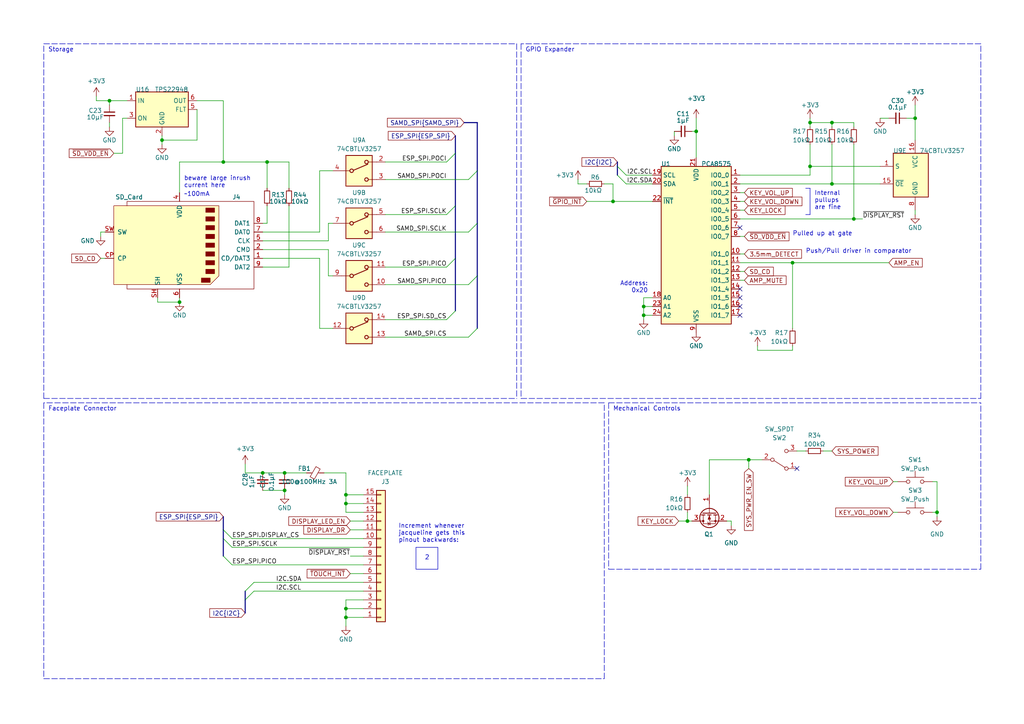
<source format=kicad_sch>
(kicad_sch (version 20230121) (generator eeschema)
  (paper "A4")
  (title_block (title "TANGARA") (date "2023-05-30") (rev "4") (company "made by jacqueline") (comment 1 "SPDX-License-Identifier: CERN-OHL-S-2.0"))
  (lib_symbols
    (symbol "74xx:74CBTLV3257"
      (property "Reference" "U" (at 17.78 1.27 0))
      (property "Value" "74CBTLV3257" (at 15.24 -1.27 0))
      (symbol "74CBTLV3257_1_1"
        (rectangle (start -3.81 4.445) (end 3.81 -4.445) (stroke (width 0.254)) (fill (type background)))
        (circle (center -2.159 0) (radius 0.508) (stroke (width 0.254)))
        (polyline (pts (xy -5.08 0) (xy -2.794 0)))
        (polyline (pts (xy -1.651 0.127) (xy 2.54 1.905)) (stroke (width 0.254)))
        (polyline (pts (xy 5.08 -2.54) (xy 2.794 -2.54)))
        (polyline (pts (xy 5.08 2.54) (xy 2.794 2.54)))
        (circle (center 2.159 -2.54) (radius 0.508) (stroke (width 0.254)))
        (circle (center 2.159 2.54) (radius 0.508) (stroke (width 0.254)))
        (pin passive line (at 7.62 2.54 180) (length 2.54) (name "~") (number "2"))
        (pin passive line (at 7.62 -2.54 180) (length 2.54) (name "~") (number "3"))
        (pin passive line (at -7.62 0 0) (length 2.54) (name "~") (number "4"))
      )
      (symbol "74CBTLV3257_2_1"
        (rectangle (start -3.81 4.445) (end 3.81 -4.445) (stroke (width 0.254)) (fill (type background)))
        (circle (center -2.159 0) (radius 0.508) (stroke (width 0.254)))
        (polyline (pts (xy -5.08 0) (xy -2.794 0)))
        (polyline (pts (xy -1.651 0.127) (xy 2.54 1.905)) (stroke (width 0.254)))
        (polyline (pts (xy 5.08 -2.54) (xy 2.794 -2.54)))
        (polyline (pts (xy 5.08 2.54) (xy 2.794 2.54)))
        (circle (center 2.159 -2.54) (radius 0.508) (stroke (width 0.254)))
        (circle (center 2.159 2.54) (radius 0.508) (stroke (width 0.254)))
        (pin passive line (at 7.62 2.54 180) (length 2.54) (name "~") (number "5"))
        (pin passive line (at 7.62 -2.54 180) (length 2.54) (name "~") (number "6"))
        (pin passive line (at -7.62 0 0) (length 2.54) (name "~") (number "7"))
      )
      (symbol "74CBTLV3257_3_1"
        (rectangle (start -3.81 4.445) (end 3.81 -4.445) (stroke (width 0.254)) (fill (type background)))
        (circle (center -2.159 0) (radius 0.508) (stroke (width 0.254)))
        (polyline (pts (xy -5.08 0) (xy -2.794 0)))
        (polyline (pts (xy -1.651 0.127) (xy 2.54 1.905)) (stroke (width 0.254)))
        (polyline (pts (xy 5.08 -2.54) (xy 2.794 -2.54)))
        (polyline (pts (xy 5.08 2.54) (xy 2.794 2.54)))
        (circle (center 2.159 -2.54) (radius 0.508) (stroke (width 0.254)))
        (circle (center 2.159 2.54) (radius 0.508) (stroke (width 0.254)))
        (pin passive line (at 7.62 -2.54 180) (length 2.54) (name "~") (number "10"))
        (pin passive line (at 7.62 2.54 180) (length 2.54) (name "~") (number "11"))
        (pin passive line (at -7.62 0 0) (length 2.54) (name "~") (number "9"))
      )
      (symbol "74CBTLV3257_4_1"
        (rectangle (start -3.81 4.445) (end 3.81 -4.445) (stroke (width 0.254)) (fill (type background)))
        (circle (center -2.159 0) (radius 0.508) (stroke (width 0.254)))
        (polyline (pts (xy -5.08 0) (xy -2.794 0)))
        (polyline (pts (xy -1.651 0.127) (xy 2.54 1.905)) (stroke (width 0.254)))
        (polyline (pts (xy 5.08 -2.54) (xy 2.794 -2.54)))
        (polyline (pts (xy 5.08 2.54) (xy 2.794 2.54)))
        (circle (center 2.159 -2.54) (radius 0.508) (stroke (width 0.254)))
        (circle (center 2.159 2.54) (radius 0.508) (stroke (width 0.254)))
        (pin passive line (at -7.62 0 0) (length 2.54) (name "~") (number "12"))
        (pin passive line (at 7.62 -2.54 180) (length 2.54) (name "~") (number "13"))
        (pin passive line (at 7.62 2.54 180) (length 2.54) (name "~") (number "14"))
      )
      (symbol "74CBTLV3257_5_1"
        (rectangle (start 3.81 6.35) (end -6.35 -6.35) (stroke (width 0.254)) (fill (type background)))
        (pin input line (at -10.16 2.54 0) (length 3.81) (name "S") (number "1"))
        (pin input line (at -10.16 -2.54 0) (length 3.81) (name "~{OE}") (number "15"))
        (pin power_in line (at 0 10.16 270) (length 3.81) (name "VCC") (number "16"))
        (pin power_in line (at 0 -10.16 90) (length 3.81) (name "GND") (number "8"))
      )
    )
    (symbol "Connector_Generic:Conn_01x15" (pin_names (offset 1.016) hide)
      (property "Reference" "J" (at 0 20.32 0))
      (property "Value" "Conn_01x15" (at 0 -20.32 0))
      (symbol "Conn_01x15_1_1"
        (rectangle (start -1.27 -17.653) (end 0 -17.907) (stroke (width 0.1524)))
        (rectangle (start -1.27 -15.113) (end 0 -15.367) (stroke (width 0.1524)))
        (rectangle (start -1.27 -12.573) (end 0 -12.827) (stroke (width 0.1524)))
        (rectangle (start -1.27 -10.033) (end 0 -10.287) (stroke (width 0.1524)))
        (rectangle (start -1.27 -7.493) (end 0 -7.747) (stroke (width 0.1524)))
        (rectangle (start -1.27 -4.953) (end 0 -5.207) (stroke (width 0.1524)))
        (rectangle (start -1.27 -2.413) (end 0 -2.667) (stroke (width 0.1524)))
        (rectangle (start -1.27 0.127) (end 0 -0.127) (stroke (width 0.1524)))
        (rectangle (start -1.27 2.667) (end 0 2.413) (stroke (width 0.1524)))
        (rectangle (start -1.27 5.207) (end 0 4.953) (stroke (width 0.1524)))
        (rectangle (start -1.27 7.747) (end 0 7.493) (stroke (width 0.1524)))
        (rectangle (start -1.27 10.287) (end 0 10.033) (stroke (width 0.1524)))
        (rectangle (start -1.27 12.827) (end 0 12.573) (stroke (width 0.1524)))
        (rectangle (start -1.27 15.367) (end 0 15.113) (stroke (width 0.1524)))
        (rectangle (start -1.27 17.907) (end 0 17.653) (stroke (width 0.1524)))
        (rectangle (start -1.27 19.05) (end 1.27 -19.05) (stroke (width 0.254)) (fill (type background)))
        (pin passive line (at -5.08 17.78 0) (length 3.81) (name "Pin_1") (number "1"))
        (pin passive line (at -5.08 -5.08 0) (length 3.81) (name "Pin_10") (number "10"))
        (pin passive line (at -5.08 -7.62 0) (length 3.81) (name "Pin_11") (number "11"))
        (pin passive line (at -5.08 -10.16 0) (length 3.81) (name "Pin_12") (number "12"))
        (pin passive line (at -5.08 -12.7 0) (length 3.81) (name "Pin_13") (number "13"))
        (pin passive line (at -5.08 -15.24 0) (length 3.81) (name "Pin_14") (number "14"))
        (pin passive line (at -5.08 -17.78 0) (length 3.81) (name "Pin_15") (number "15"))
        (pin passive line (at -5.08 15.24 0) (length 3.81) (name "Pin_2") (number "2"))
        (pin passive line (at -5.08 12.7 0) (length 3.81) (name "Pin_3") (number "3"))
        (pin passive line (at -5.08 10.16 0) (length 3.81) (name "Pin_4") (number "4"))
        (pin passive line (at -5.08 7.62 0) (length 3.81) (name "Pin_5") (number "5"))
        (pin passive line (at -5.08 5.08 0) (length 3.81) (name "Pin_6") (number "6"))
        (pin passive line (at -5.08 2.54 0) (length 3.81) (name "Pin_7") (number "7"))
        (pin passive line (at -5.08 0 0) (length 3.81) (name "Pin_8") (number "8"))
        (pin passive line (at -5.08 -2.54 0) (length 3.81) (name "Pin_9") (number "9"))
      )
    )
    (symbol "Device:C_Small" (pin_numbers hide) (pin_names (offset 0.254) hide)
      (property "Reference" "C" (at 0.254 1.778 0))
      (property "Value" "C_Small" (at 0.254 -2.032 0))
      (symbol "C_Small_0_1"
        (polyline (pts (xy -1.524 -0.508) (xy 1.524 -0.508)) (stroke (width 0.3302)))
        (polyline (pts (xy -1.524 0.508) (xy 1.524 0.508)) (stroke (width 0.3048)))
      )
      (symbol "C_Small_1_1"
        (pin passive line (at 0 2.54 270) (length 2.032) (name "~") (number "1"))
        (pin passive line (at 0 -2.54 90) (length 2.032) (name "~") (number "2"))
      )
    )
    (symbol "Device:Ferrite_Bead_Small" (pin_numbers hide) (pin_names (offset 0))
      (property "Reference" "FB" (at 1.905 1.27 0))
      (property "Value" "Device_Ferrite_Bead_Small" (at 1.905 -1.27 0))
      (symbol "Ferrite_Bead_Small_0_1"
        (polyline (pts (xy 0 -1.27) (xy 0 -0.7874)))
        (polyline (pts (xy 0 0.889) (xy 0 1.2954)))
        (polyline (pts (xy -1.8288 0.2794) (xy -1.1176 1.4986) (xy 1.8288 -0.2032) (xy 1.1176 -1.4224) (xy -1.8288 0.2794)))
      )
      (symbol "Ferrite_Bead_Small_1_1"
        (pin passive line (at 0 2.54 270) (length 1.27) (name "~") (number "1"))
        (pin passive line (at 0 -2.54 90) (length 1.27) (name "~") (number "2"))
      )
    )
    (symbol "Device:Q_NMOS_GSD" (pin_names (offset 0) hide)
      (property "Reference" "Q" (at 5.08 1.27 0))
      (property "Value" "Q_NMOS_GSD" (at 5.08 -1.27 0))
      (symbol "Q_NMOS_GSD_0_1"
        (polyline (pts (xy 0.254 0) (xy -2.54 0)))
        (polyline (pts (xy 0.254 1.905) (xy 0.254 -1.905)) (stroke (width 0.254)))
        (polyline (pts (xy 0.762 -1.27) (xy 0.762 -2.286)) (stroke (width 0.254)))
        (polyline (pts (xy 0.762 0.508) (xy 0.762 -0.508)) (stroke (width 0.254)))
        (polyline (pts (xy 0.762 2.286) (xy 0.762 1.27)) (stroke (width 0.254)))
        (polyline (pts (xy 2.54 2.54) (xy 2.54 1.778)))
        (polyline (pts (xy 2.54 -2.54) (xy 2.54 0) (xy 0.762 0)))
        (polyline (pts (xy 0.762 -1.778) (xy 3.302 -1.778) (xy 3.302 1.778) (xy 0.762 1.778)))
        (polyline (pts (xy 1.016 0) (xy 2.032 0.381) (xy 2.032 -0.381) (xy 1.016 0)) (fill (type outline)))
        (polyline (pts (xy 2.794 0.508) (xy 2.921 0.381) (xy 3.683 0.381) (xy 3.81 0.254)))
        (polyline (pts (xy 3.302 0.381) (xy 2.921 -0.254) (xy 3.683 -0.254) (xy 3.302 0.381)))
        (circle (center 1.651 0) (radius 2.794) (stroke (width 0.254)))
        (circle (center 2.54 -1.778) (radius 0.254) (fill (type outline)))
        (circle (center 2.54 1.778) (radius 0.254) (fill (type outline)))
      )
      (symbol "Q_NMOS_GSD_1_1"
        (pin input line (at -5.08 0 0) (length 2.54) (name "G") (number "1"))
        (pin passive line (at 2.54 -5.08 90) (length 2.54) (name "S") (number "2"))
        (pin passive line (at 2.54 5.08 270) (length 2.54) (name "D") (number "3"))
      )
    )
    (symbol "Device:R_Small" (pin_numbers hide) (pin_names (offset 0.254) hide)
      (property "Reference" "R" (at 0.762 0.508 0))
      (property "Value" "R_Small" (at 0.762 -1.016 0))
      (symbol "R_Small_0_1"
        (rectangle (start -0.762 1.778) (end 0.762 -1.778) (stroke (width 0.2032)))
      )
      (symbol "R_Small_1_1"
        (pin passive line (at 0 2.54 270) (length 0.762) (name "~") (number "1"))
        (pin passive line (at 0 -2.54 90) (length 0.762) (name "~") (number "2"))
      )
    )
    (symbol "Switch:SW_Push" (pin_numbers hide) (pin_names (offset 1.016) hide)
      (property "Reference" "SW" (at 1.27 2.54 0))
      (property "Value" "SW_Push" (at 0 -1.524 0))
      (symbol "SW_Push_0_1"
        (circle (center -2.032 0) (radius 0.508))
        (polyline (pts (xy 0 1.27) (xy 0 3.048)))
        (polyline (pts (xy 2.54 1.27) (xy -2.54 1.27)))
        (circle (center 2.032 0) (radius 0.508))
        (pin passive line (at -5.08 0 0) (length 2.54) (name "1") (number "1"))
        (pin passive line (at 5.08 0 180) (length 2.54) (name "2") (number "2"))
      )
    )
    (symbol "Switch:SW_SPDT" (pin_names (offset 0) hide)
      (property "Reference" "SW" (at 0 4.318 0))
      (property "Value" "SW_SPDT" (at 0 -5.08 0))
      (symbol "SW_SPDT_0_0"
        (circle (center -2.032 0) (radius 0.508))
        (circle (center 2.032 -2.54) (radius 0.508))
      )
      (symbol "SW_SPDT_0_1"
        (polyline (pts (xy -1.524 0.254) (xy 1.651 2.286)))
        (circle (center 2.032 2.54) (radius 0.508))
      )
      (symbol "SW_SPDT_1_1"
        (pin passive line (at 5.08 2.54 180) (length 2.54) (name "A") (number "1"))
        (pin passive line (at -5.08 0 0) (length 2.54) (name "B") (number "2"))
        (pin passive line (at 5.08 -2.54 180) (length 2.54) (name "C") (number "3"))
      )
    )
    (symbol "power:+3V3" (power) (pin_names (offset 0))
      (property "Value" "+3V3" (at 0 3.556 0))
      (symbol "+3V3_0_1"
        (polyline (pts (xy -0.762 1.27) (xy 0 2.54)))
        (polyline (pts (xy 0 0) (xy 0 2.54)))
        (polyline (pts (xy 0 2.54) (xy 0.762 1.27)))
      )
      (symbol "+3V3_1_1"
        (pin power_in line (at 0 0 90) (length 0) hide (name "+3V3") (number "1"))
      )
    )
    (symbol "power:GND" (power) (pin_names (offset 0))
      (property "Value" "GND" (at 0 -3.81 0))
      (symbol "GND_0_1"
        (polyline (pts (xy 0 0) (xy 0 -1.27) (xy 1.27 -1.27) (xy 0 -2.54) (xy -1.27 -1.27) (xy 0 -1.27)))
      )
      (symbol "GND_1_1"
        (pin power_in line (at 0 0 270) (length 0) hide (name "GND") (number "1"))
      )
    )
    (symbol "symbols:PCA8575BS"
      (property "Reference" "U" (at -8.89 24.13 0))
      (property "Value" "PCA8575BS" (at 6.35 24.13 0))
      (symbol "PCA8575BS_0_1"
        (rectangle (start -10.16 22.86) (end 10.16 -22.86) (stroke (width 0.254)) (fill (type background)))
      )
      (symbol "PCA8575BS_1_0"
        (pin power_in line (at 0 -25.4 90) (length 2.54) hide (name "EP") (number "25"))
      )
      (symbol "PCA8575BS_1_1"
        (pin bidirectional line (at 12.7 20.32 180) (length 2.54) (name "IO0_0") (number "1"))
        (pin bidirectional line (at 12.7 -2.54 180) (length 2.54) (name "IO1_0") (number "10"))
        (pin bidirectional line (at 12.7 -5.08 180) (length 2.54) (name "IO1_1") (number "11"))
        (pin bidirectional line (at 12.7 -7.62 180) (length 2.54) (name "IO1_2") (number "12"))
        (pin bidirectional line (at 12.7 -10.16 180) (length 2.54) (name "IO1_3") (number "13"))
        (pin bidirectional line (at 12.7 -12.7 180) (length 2.54) (name "IO1_4") (number "14"))
        (pin bidirectional line (at 12.7 -15.24 180) (length 2.54) (name "IO1_5") (number "15"))
        (pin bidirectional line (at 12.7 -17.78 180) (length 2.54) (name "IO1_6") (number "16"))
        (pin bidirectional line (at 12.7 -20.32 180) (length 2.54) (name "IO1_7") (number "17"))
        (pin input line (at -12.7 -15.24 0) (length 2.54) (name "A0") (number "18"))
        (pin input line (at -12.7 20.32 0) (length 2.54) (name "SCL") (number "19"))
        (pin bidirectional line (at 12.7 17.78 180) (length 2.54) (name "IO0_1") (number "2"))
        (pin bidirectional line (at -12.7 17.78 0) (length 2.54) (name "SDA") (number "20"))
        (pin power_in line (at 0 25.4 270) (length 2.54) (name "VDD") (number "21"))
        (pin open_collector line (at -12.7 12.7 0) (length 2.54) (name "~{INT}") (number "22"))
        (pin input line (at -12.7 -17.78 0) (length 2.54) (name "A1") (number "23"))
        (pin input line (at -12.7 -20.32 0) (length 2.54) (name "A2") (number "24"))
        (pin bidirectional line (at 12.7 15.24 180) (length 2.54) (name "IO0_2") (number "3"))
        (pin bidirectional line (at 12.7 12.7 180) (length 2.54) (name "IO0_3") (number "4"))
        (pin bidirectional line (at 12.7 10.16 180) (length 2.54) (name "IO0_4") (number "5"))
        (pin bidirectional line (at 12.7 7.62 180) (length 2.54) (name "IO0_5") (number "6"))
        (pin bidirectional line (at 12.7 5.08 180) (length 2.54) (name "IO0_6") (number "7"))
        (pin bidirectional line (at 12.7 2.54 180) (length 2.54) (name "IO0_7") (number "8"))
        (pin power_in line (at 0 -25.4 90) (length 2.54) (name "VSS") (number "9"))
      )
    )
    (symbol "symbols:SD_Card" (pin_names (offset 1.016))
      (property "Reference" "J" (at -16.51 13.97 0))
      (property "Value" "SD_Card" (at 15.24 -13.97 0))
      (symbol "SD_Card_0_1"
        (rectangle (start -8.89 -9.525) (end -6.35 -10.795) (fill (type outline)))
        (rectangle (start -8.89 -6.985) (end -6.35 -8.255) (fill (type outline)))
        (rectangle (start -8.89 -4.445) (end -6.35 -5.715) (fill (type outline)))
        (rectangle (start -8.89 -1.905) (end -6.35 -3.175) (fill (type outline)))
        (rectangle (start -8.89 0.635) (end -6.35 -0.635) (fill (type outline)))
        (rectangle (start -8.89 3.175) (end -6.35 1.905) (fill (type outline)))
        (rectangle (start -8.89 5.715) (end -6.35 4.445) (fill (type outline)))
        (rectangle (start -8.89 8.255) (end -6.35 6.985) (fill (type outline)))
        (rectangle (start -7.62 10.795) (end -5.08 9.525) (fill (type outline)))
        (polyline (pts (xy -10.16 8.89) (xy -7.62 11.43) (xy 20.32 11.43) (xy 20.32 -11.43) (xy -10.16 -11.43) (xy -10.16 8.89)) (fill (type background)))
        (polyline (pts (xy 16.51 11.43) (xy 16.51 12.7) (xy -20.32 12.7) (xy -20.32 -12.7) (xy 16.51 -12.7) (xy 16.51 -11.43)))
      )
      (symbol "SD_Card_1_1"
        (pin input line (at -22.86 3.81 0) (length 2.54) (name "CD/DAT3") (number "1"))
        (pin input line (at -22.86 1.27 0) (length 2.54) (name "CMD") (number "2"))
        (pin power_in line (at 1.27 15.24 270) (length 2.54) hide (name "VSS") (number "3"))
        (pin power_in line (at 1.27 -15.24 90) (length 2.54) (name "VDD") (number "4"))
        (pin input line (at -22.86 -1.27 0) (length 2.54) (name "CLK") (number "5"))
        (pin power_in line (at 1.27 15.24 270) (length 2.54) (name "VSS") (number "6"))
        (pin input line (at -22.86 -3.81 0) (length 2.54) (name "DAT0") (number "7"))
        (pin input line (at -22.86 -6.35 0) (length 2.54) (name "DAT1") (number "8"))
        (pin input line (at -22.86 6.35 0) (length 2.54) (name "DAT2") (number "9"))
        (pin input line (at 22.86 3.81 180) (length 2.54) (name "CP") (number "CP"))
        (pin input line (at 7.62 15.24 270) (length 2.54) (name "SH") (number "SH"))
        (pin input line (at 22.86 -3.81 180) (length 2.54) (name "SW") (number "SW"))
      )
    )
    (symbol "symbols:TPS22917DBV"
      (property "Reference" "U" (at -6.35 6.35 0))
      (property "Value" "TPS22948" (at 2.54 6.35 0))
      (symbol "TPS22917DBV_0_1"
        (rectangle (start -7.62 5.08) (end 7.62 -5.08) (stroke (width 0.254)) (fill (type background)))
      )
      (symbol "TPS22917DBV_1_1"
        (pin power_in line (at -10.16 2.54 0) (length 2.54) (name "IN") (number "1"))
        (pin power_in line (at 0 -7.62 90) (length 2.54) (name "GND") (number "2"))
        (pin input line (at -10.16 -2.54 0) (length 2.54) (name "ON") (number "3"))
        (pin no_connect line (at -7.62 0 0) (length 2.54) hide (name "NC") (number "4"))
        (pin open_collector line (at 10.16 0 180) (length 2.54) (name "FLT") (number "5"))
        (pin power_out line (at 10.16 2.54 180) (length 2.54) (name "OUT") (number "6"))
      )
    )
  )
  (junction (at 82.55 137.16))
  (junction (at 217.17 133.35))
  (junction (at 186.69 91.44))
  (junction (at 100.33 146.05))
  (junction (at 46.99 40.64))
  (junction (at 64.77 46.99))
  (junction (at 52.07 87.63))
  (junction (at 100.33 176.53))
  (junction (at 234.95 48.26))
  (junction (at 100.33 179.07))
  (junction (at 265.43 34.29))
  (junction (at 199.39 151.13))
  (junction (at 76.2 137.16))
  (junction (at 82.55 142.24))
  (junction (at 234.95 35.56))
  (junction (at 241.3 53.34))
  (junction (at 100.33 143.51))
  (junction (at 229.87 76.2))
  (junction (at 271.78 148.59))
  (junction (at 31.75 29.21))
  (junction (at 201.93 38.1))
  (junction (at 186.69 88.9))
  (junction (at 241.3 35.56))
  (junction (at 247.65 63.5))
  (junction (at 77.47 46.99))
  (junction (at 177.8 58.42))
  (no_connect (at 214.63 86.36))
  (no_connect (at 214.63 83.82))
  (no_connect (at 231.14 135.89))
  (no_connect (at 214.63 91.44))
  (no_connect (at 214.63 88.9))
  (no_connect (at 214.63 66.04))
  (bus_entry (at 67.31 158.75) (size -2.54 -2.54))
  (bus_entry (at 179.07 48.26) (size 2.54 2.54))
  (bus_entry (at 129.54 77.47) (size 2.54 -2.54))
  (bus_entry (at 129.54 92.71) (size 2.54 -2.54))
  (bus_entry (at 129.54 46.99) (size 2.54 -2.54))
  (bus_entry (at 129.54 62.23) (size 2.54 -2.54))
  (bus_entry (at 179.07 50.8) (size 2.54 2.54))
  (bus_entry (at 135.89 52.07) (size 2.54 -2.54))
  (bus_entry (at 135.89 82.55) (size 2.54 -2.54))
  (bus_entry (at 135.89 67.31) (size 2.54 -2.54))
  (bus_entry (at 67.31 163.83) (size -2.54 -2.54))
  (bus_entry (at 71.12 171.45) (size 2.54 -2.54))
  (bus_entry (at 71.12 173.99) (size 2.54 -2.54))
  (bus_entry (at 135.89 97.79) (size 2.54 -2.54))
  (bus_entry (at 67.31 156.21) (size -2.54 -2.54))
  (wire (pts (xy 186.69 88.9) (xy 186.69 91.44)))
  (wire (pts (xy 186.69 91.44) (xy 186.69 92.71)))
  (bus (pts (xy 64.77 153.67) (xy 64.77 156.21)))
  (wire (pts (xy 271.78 139.7) (xy 271.78 148.59)))
  (wire (pts (xy 67.31 156.21) (xy 105.41 156.21)))
  (polyline (pts (xy 12.7 12.7) (xy 149.86 12.7)) (stroke (width 0) (type dash)))
  (polyline (pts (xy 176.53 116.84) (xy 176.53 165.1)) (stroke (width 0) (type dash)))
  (wire (pts (xy 219.71 100.33) (xy 219.71 101.6)))
  (wire (pts (xy 93.98 137.16) (xy 100.33 137.16)))
  (wire (pts (xy 234.95 41.91) (xy 234.95 48.26)))
  (wire (pts (xy 76.2 142.24) (xy 82.55 142.24)))
  (wire (pts (xy 250.19 63.5) (xy 247.65 63.5)))
  (bus (pts (xy 134.62 35.56) (xy 138.43 35.56)))
  (polyline (pts (xy 234.95 62.23) (xy 234.95 54.61)))
  (wire (pts (xy 199.39 140.97) (xy 199.39 143.51)))
  (wire (pts (xy 100.33 179.07) (xy 105.41 179.07)))
  (bus (pts (xy 71.12 171.45) (xy 71.12 173.99)))
  (wire (pts (xy 52.07 87.63) (xy 52.07 86.36)))
  (wire (pts (xy 265.43 30.48) (xy 265.43 34.29)))
  (wire (pts (xy 201.93 34.29) (xy 201.93 38.1)))
  (wire (pts (xy 92.71 49.53) (xy 92.71 67.31)))
  (wire (pts (xy 57.15 40.64) (xy 46.99 40.64)))
  (wire (pts (xy 214.63 76.2) (xy 229.87 76.2)))
  (wire (pts (xy 57.15 29.21) (xy 64.77 29.21)))
  (wire (pts (xy 101.6 153.67) (xy 105.41 153.67)))
  (wire (pts (xy 177.8 53.34) (xy 177.8 58.42)))
  (wire (pts (xy 77.47 46.99) (xy 83.82 46.99)))
  (wire (pts (xy 217.17 135.89) (xy 217.17 133.35)))
  (wire (pts (xy 215.9 81.28) (xy 214.63 81.28)))
  (bus (pts (xy 132.08 44.45) (xy 132.08 59.69)))
  (wire (pts (xy 270.51 148.59) (xy 271.78 148.59)))
  (wire (pts (xy 234.95 50.8) (xy 234.95 48.26)))
  (wire (pts (xy 31.75 35.56) (xy 31.75 36.83)))
  (wire (pts (xy 175.26 53.34) (xy 177.8 53.34)))
  (wire (pts (xy 241.3 35.56) (xy 247.65 35.56)))
  (polyline (pts (xy 176.53 116.84) (xy 284.48 116.84)) (stroke (width 0) (type dash)))
  (wire (pts (xy 214.63 58.42) (xy 215.9 58.42)))
  (wire (pts (xy 35.56 34.29) (xy 35.56 44.45)))
  (wire (pts (xy 170.18 58.42) (xy 177.8 58.42)))
  (wire (pts (xy 217.17 133.35) (xy 205.74 133.35)))
  (wire (pts (xy 214.63 53.34) (xy 241.3 53.34)))
  (wire (pts (xy 95.25 72.39) (xy 95.25 80.01)))
  (polyline (pts (xy 151.13 12.7) (xy 151.13 115.57)) (stroke (width 0) (type dash)))
  (wire (pts (xy 199.39 151.13) (xy 200.66 151.13)))
  (wire (pts (xy 247.65 41.91) (xy 247.65 63.5)))
  (wire (pts (xy 76.2 137.16) (xy 82.55 137.16)))
  (wire (pts (xy 100.33 181.61) (xy 100.33 179.07)))
  (wire (pts (xy 67.31 158.75) (xy 105.41 158.75)))
  (wire (pts (xy 181.61 53.34) (xy 189.23 53.34)))
  (wire (pts (xy 31.75 29.21) (xy 31.75 30.48)))
  (wire (pts (xy 100.33 176.53) (xy 100.33 179.07)))
  (wire (pts (xy 92.71 74.93) (xy 92.71 95.25)))
  (wire (pts (xy 100.33 137.16) (xy 100.33 143.51)))
  (wire (pts (xy 45.72 86.36) (xy 45.72 87.63)))
  (wire (pts (xy 111.76 97.79) (xy 135.89 97.79)))
  (wire (pts (xy 167.64 53.34) (xy 170.18 53.34)))
  (wire (pts (xy 76.2 67.31) (xy 92.71 67.31)))
  (wire (pts (xy 29.21 67.31) (xy 29.21 68.58)))
  (polyline (pts (xy 151.13 115.57) (xy 284.48 115.57)) (stroke (width 0) (type dash)))
  (wire (pts (xy 71.12 137.16) (xy 76.2 137.16)))
  (wire (pts (xy 46.99 39.37) (xy 46.99 40.64)))
  (wire (pts (xy 247.65 35.56) (xy 247.65 36.83)))
  (bus (pts (xy 132.08 74.93) (xy 132.08 90.17)))
  (wire (pts (xy 189.23 88.9) (xy 186.69 88.9)))
  (wire (pts (xy 64.77 29.21) (xy 64.77 46.99)))
  (wire (pts (xy 189.23 86.36) (xy 186.69 86.36)))
  (wire (pts (xy 270.51 139.7) (xy 271.78 139.7)))
  (wire (pts (xy 200.66 38.1) (xy 201.93 38.1)))
  (bus (pts (xy 138.43 35.56) (xy 138.43 49.53)))
  (wire (pts (xy 95.25 80.01) (xy 96.52 80.01)))
  (wire (pts (xy 71.12 134.62) (xy 71.12 137.16)))
  (wire (pts (xy 229.87 100.33) (xy 229.87 101.6)))
  (bus (pts (xy 179.07 46.99) (xy 179.07 48.26)))
  (wire (pts (xy 101.6 161.29) (xy 105.41 161.29)))
  (wire (pts (xy 92.71 95.25) (xy 96.52 95.25)))
  (wire (pts (xy 33.02 44.45) (xy 35.56 44.45)))
  (wire (pts (xy 64.77 46.99) (xy 77.47 46.99)))
  (wire (pts (xy 212.09 152.4) (xy 212.09 151.13)))
  (polyline (pts (xy 284.48 165.1) (xy 284.48 116.84)) (stroke (width 0) (type dash)))
  (wire (pts (xy 215.9 68.58) (xy 214.63 68.58)))
  (wire (pts (xy 199.39 148.59) (xy 199.39 151.13)))
  (wire (pts (xy 255.27 34.29) (xy 257.81 34.29)))
  (wire (pts (xy 77.47 46.99) (xy 77.47 54.61)))
  (wire (pts (xy 196.85 151.13) (xy 199.39 151.13)))
  (wire (pts (xy 214.63 55.88) (xy 215.9 55.88)))
  (wire (pts (xy 95.25 69.85) (xy 95.25 64.77)))
  (wire (pts (xy 234.95 48.26) (xy 255.27 48.26)))
  (wire (pts (xy 214.63 50.8) (xy 234.95 50.8)))
  (wire (pts (xy 111.76 92.71) (xy 129.54 92.71)))
  (wire (pts (xy 57.15 31.75) (xy 57.15 40.64)))
  (wire (pts (xy 234.95 35.56) (xy 234.95 36.83)))
  (polyline (pts (xy 12.7 196.85) (xy 175.26 196.85)) (stroke (width 0) (type dash)))
  (wire (pts (xy 100.33 143.51) (xy 105.41 143.51)))
  (wire (pts (xy 177.8 58.42) (xy 189.23 58.42)))
  (wire (pts (xy 111.76 77.47) (xy 129.54 77.47)))
  (wire (pts (xy 111.76 52.07) (xy 135.89 52.07)))
  (wire (pts (xy 101.6 166.37) (xy 105.41 166.37)))
  (wire (pts (xy 73.66 171.45) (xy 105.41 171.45)))
  (bus (pts (xy 179.07 48.26) (xy 179.07 50.8)))
  (wire (pts (xy 195.58 38.1) (xy 195.58 39.37)))
  (wire (pts (xy 167.64 52.07) (xy 167.64 53.34)))
  (wire (pts (xy 83.82 54.61) (xy 83.82 46.99)))
  (wire (pts (xy 219.71 101.6) (xy 229.87 101.6)))
  (wire (pts (xy 212.09 151.13) (xy 210.82 151.13)))
  (wire (pts (xy 215.9 73.66) (xy 214.63 73.66)))
  (polyline (pts (xy 12.7 115.57) (xy 149.86 115.57)) (stroke (width 0) (type dash)))
  (wire (pts (xy 247.65 63.5) (xy 214.63 63.5)))
  (wire (pts (xy 205.74 133.35) (xy 205.74 143.51)))
  (bus (pts (xy 138.43 64.77) (xy 138.43 80.01)))
  (wire (pts (xy 241.3 53.34) (xy 255.27 53.34)))
  (wire (pts (xy 229.87 76.2) (xy 257.81 76.2)))
  (polyline (pts (xy 175.26 196.85) (xy 175.26 116.84)) (stroke (width 0) (type dash)))
  (wire (pts (xy 100.33 148.59) (xy 100.33 146.05)))
  (wire (pts (xy 265.43 34.29) (xy 265.43 40.64)))
  (polyline (pts (xy 12.7 115.57) (xy 12.7 12.7)) (stroke (width 0) (type dash)))
  (wire (pts (xy 105.41 146.05) (xy 100.33 146.05)))
  (polyline (pts (xy 176.53 165.1) (xy 284.48 165.1)) (stroke (width 0) (type dash)))
  (wire (pts (xy 265.43 62.23) (xy 265.43 60.96)))
  (wire (pts (xy 46.99 41.91) (xy 46.99 40.64)))
  (wire (pts (xy 111.76 82.55) (xy 135.89 82.55)))
  (polyline (pts (xy 12.7 116.84) (xy 12.7 196.85)) (stroke (width 0) (type dash)))
  (wire (pts (xy 220.98 133.35) (xy 217.17 133.35)))
  (bus (pts (xy 64.77 156.21) (xy 64.77 161.29)))
  (bus (pts (xy 132.08 39.37) (xy 132.08 44.45)))
  (wire (pts (xy 73.66 168.91) (xy 105.41 168.91)))
  (wire (pts (xy 52.07 55.88) (xy 52.07 46.99)))
  (wire (pts (xy 27.94 29.21) (xy 31.75 29.21)))
  (wire (pts (xy 111.76 67.31) (xy 135.89 67.31)))
  (polyline (pts (xy 175.26 116.84) (xy 12.7 116.84)) (stroke (width 0) (type dash)))
  (wire (pts (xy 77.47 59.69) (xy 77.47 64.77)))
  (wire (pts (xy 201.93 38.1) (xy 201.93 45.72)))
  (wire (pts (xy 234.95 35.56) (xy 241.3 35.56)))
  (wire (pts (xy 82.55 142.24) (xy 82.55 143.51)))
  (polyline (pts (xy 233.68 62.23) (xy 234.95 62.23)))
  (bus (pts (xy 132.08 59.69) (xy 132.08 74.93)))
  (wire (pts (xy 36.83 34.29) (xy 35.56 34.29)))
  (wire (pts (xy 101.6 151.13) (xy 105.41 151.13)))
  (wire (pts (xy 83.82 59.69) (xy 83.82 77.47)))
  (wire (pts (xy 96.52 49.53) (xy 92.71 49.53)))
  (wire (pts (xy 31.75 29.21) (xy 36.83 29.21)))
  (wire (pts (xy 76.2 64.77) (xy 77.47 64.77)))
  (wire (pts (xy 231.14 130.81) (xy 233.68 130.81)))
  (polyline (pts (xy 284.48 12.7) (xy 151.13 12.7)) (stroke (width 0) (type dash)))
  (wire (pts (xy 30.48 67.31) (xy 29.21 67.31)))
  (wire (pts (xy 76.2 72.39) (xy 95.25 72.39)))
  (polyline (pts (xy 233.68 54.61) (xy 234.95 54.61)))
  (wire (pts (xy 105.41 148.59) (xy 100.33 148.59)))
  (wire (pts (xy 241.3 41.91) (xy 241.3 53.34)))
  (wire (pts (xy 262.89 34.29) (xy 265.43 34.29)))
  (wire (pts (xy 100.33 173.99) (xy 100.33 176.53)))
  (wire (pts (xy 76.2 74.93) (xy 92.71 74.93)))
  (polyline (pts (xy 149.86 12.7) (xy 149.86 115.57)) (stroke (width 0) (type dash)))
  (wire (pts (xy 111.76 46.99) (xy 129.54 46.99)))
  (wire (pts (xy 215.9 78.74) (xy 214.63 78.74)))
  (wire (pts (xy 234.95 34.29) (xy 234.95 35.56)))
  (wire (pts (xy 82.55 137.16) (xy 88.9 137.16)))
  (wire (pts (xy 111.76 62.23) (xy 129.54 62.23)))
  (bus (pts (xy 64.77 149.86) (xy 64.77 153.67)))
  (wire (pts (xy 76.2 69.85) (xy 95.25 69.85)))
  (wire (pts (xy 181.61 50.8) (xy 189.23 50.8)))
  (wire (pts (xy 95.25 64.77) (xy 96.52 64.77)))
  (bus (pts (xy 71.12 173.99) (xy 71.12 177.8)))
  (wire (pts (xy 100.33 146.05) (xy 100.33 143.51)))
  (wire (pts (xy 189.23 91.44) (xy 186.69 91.44)))
  (wire (pts (xy 45.72 87.63) (xy 52.07 87.63)))
  (wire (pts (xy 271.78 148.59) (xy 271.78 149.86)))
  (polyline (pts (xy 284.48 115.57) (xy 284.48 12.7)) (stroke (width 0) (type dash)))
  (wire (pts (xy 27.94 27.94) (xy 27.94 29.21)))
  (wire (pts (xy 186.69 86.36) (xy 186.69 88.9)))
  (wire (pts (xy 259.08 139.7) (xy 260.35 139.7)))
  (wire (pts (xy 52.07 46.99) (xy 64.77 46.99)))
  (bus (pts (xy 138.43 49.53) (xy 138.43 64.77)))
  (wire (pts (xy 215.9 60.96) (xy 214.63 60.96)))
  (wire (pts (xy 105.41 176.53) (xy 100.33 176.53)))
  (wire (pts (xy 76.2 77.47) (xy 83.82 77.47)))
  (wire (pts (xy 105.41 173.99) (xy 100.33 173.99)))
  (wire (pts (xy 241.3 130.81) (xy 238.76 130.81)))
  (wire (pts (xy 259.08 148.59) (xy 260.35 148.59)))
  (bus (pts (xy 138.43 80.01) (xy 138.43 95.25)))
  (wire (pts (xy 67.31 163.83) (xy 105.41 163.83)))
  (wire (pts (xy 241.3 35.56) (xy 241.3 36.83)))
  (wire (pts (xy 229.87 76.2) (xy 229.87 95.25)))
  (wire (pts (xy 29.21 74.93) (xy 30.48 74.93)))
  (rectangle (start 120.65 158.75) (end 127 165.1))
  (text "GPIO Expander" (at 152.4 15.24 0) (effects (font (size 1.27 1.27)) (justify left bottom)))
  (text "beware large inrush\ncurrent here" (at 53.34 54.61 0) (effects (font (size 1.27 1.27)) (justify left bottom)))
  (text "Internal\npullups\nare fine" (at 236.22 60.96 0) (effects (font (size 1.27 1.27)) (justify left bottom)))
  (text "~100mA" (at 53.34 57.15 0) (effects (font (size 1.27 1.27)) (justify left bottom)))
  (text "Increment whenever\njacqueline gets this\npinout backwards:" (at 115.57 157.48 0) (effects (font (size 1.27 1.27)) (justify left bottom)))
  (text "Pulled up at gate" (at 229.87 68.58 0) (effects (font (size 1.27 1.27)) (justify left bottom)))
  (text "Storage" (at 13.97 15.24 0) (effects (font (size 1.27 1.27)) (justify left bottom)))
  (text "Mechanical Controls" (at 177.8 119.38 0) (effects (font (size 1.27 1.27)) (justify left bottom)))
  (text "2" (at 123.19 162.56 0) (effects (font (size 1.27 1.27)) (justify left bottom)))
  (text "Push/Pull driver in comparator" (at 233.68 73.66 0) (effects (font (size 1.27 1.27)) (justify left bottom)))
  (text "Faceplate Connector" (at 13.97 119.38 0) (effects (font (size 1.27 1.27)) (justify left bottom)))
  (text "Address:\n0x20" (at 187.96 85.09 0) (effects (font (size 1.27 1.27)) (justify right bottom)))
  (label "SAMD_SPI.POCI" (at 129.54 52.07 180))
  (label "I2C.SDA" (at 80.01 168.91 0))
  (label "I2C.SCL" (at 189.23 50.8 180))
  (label "SAMD_SPI.PICO" (at 129.54 82.55 180))
  (label "ESP_SPI.PICO" (at 129.54 77.47 180))
  (label "ESP_SPI.SD_CS" (at 129.54 92.71 180))
  (label "ESP_SPI.POCI" (at 129.54 46.99 180))
  (label "ESP_SPI.PICO" (at 67.31 163.83 0))
  (label "SAMD_SPI.SCLK" (at 129.54 67.31 180))
  (label "~{DISPLAY_RST}" (at 101.6 161.29 180) (property "Intersheetrefs" "${INTERSHEET_REFS}" (effects hide)))
  (label "ESP_SPI.DISPLAY_CS" (at 67.31 156.21 0))
  (label "SAMD_SPI.CS" (at 129.54 97.79 180))
  (label "ESP_SPI.SCLK" (at 67.31 158.75 0))
  (label "I2C.SDA" (at 189.23 53.34 180))
  (label "~{DISPLAY_RST}" (at 250.19 63.5 0) (property "Intersheetrefs" "${INTERSHEET_REFS}" (effects hide)))
  (label "ESP_SPI.SCLK" (at 129.54 62.23 180))
  (label "I2C.SCL" (at 80.01 171.45 0))
  (global_label "ESP_SPI{ESP_SPI}" (shape input) (at 132.08 39.37 180) (property "Intersheetrefs" "${INTERSHEET_REFS}" (effects hide)))
  (global_label "DISPLAY_LED_EN" (shape input) (at 101.6 151.13 180) (property "Intersheetrefs" "${INTERSHEET_REFS}" (effects hide)))
  (global_label "KEY_VOL_DOWN" (shape input) (at 259.08 148.59 180) (property "Intersheetrefs" "${INTERSHEET_REFS}" (effects hide)))
  (global_label "SYS_POWER" (shape input) (at 241.3 130.81 0) (property "Intersheetrefs" "${INTERSHEET_REFS}" (effects hide)))
  (global_label "SD_CD" (shape input) (at 29.21 74.93 180) (property "Intersheetrefs" "${INTERSHEET_REFS}" (effects hide)))
  (global_label "KEY_LOCK" (shape input) (at 215.9 60.96 0) (property "Intersheetrefs" "${INTERSHEET_REFS}" (effects hide)))
  (global_label "SD_CD" (shape input) (at 215.9 78.74 0) (property "Intersheetrefs" "${INTERSHEET_REFS}" (effects hide)))
  (global_label "I2C{I2C}" (shape input) (at 71.12 177.8 180) (property "Intersheetrefs" "${INTERSHEET_REFS}" (effects hide)))
  (global_label "SAMD_SPI{SAMD_SPI}" (shape input) (at 134.62 35.56 180) (property "Intersheetrefs" "${INTERSHEET_REFS}" (effects hide)))
  (global_label "KEY_VOL_UP" (shape input) (at 215.9 55.88 0) (property "Intersheetrefs" "${INTERSHEET_REFS}" (effects hide)))
  (global_label "AMP_MUTE" (shape input) (at 215.9 81.28 0) (property "Intersheetrefs" "${INTERSHEET_REFS}" (effects hide)))
  (global_label "~{SD_VDD_EN}" (shape input) (at 33.02 44.45 180) (property "Intersheetrefs" "${INTERSHEET_REFS}" (effects hide)))
  (global_label "3.5mm_DETECT" (shape input) (at 215.9 73.66 0) (property "Intersheetrefs" "${INTERSHEET_REFS}" (effects hide)))
  (global_label "KEY_LOCK" (shape input) (at 196.85 151.13 180) (property "Intersheetrefs" "${INTERSHEET_REFS}" (effects hide)))
  (global_label "~{TOUCH_INT}" (shape input) (at 101.6 166.37 180) (property "Intersheetrefs" "${INTERSHEET_REFS}" (effects hide)))
  (global_label "I2C{I2C}" (shape input) (at 179.07 46.99 180) (property "Intersheetrefs" "${INTERSHEET_REFS}" (effects hide)))
  (global_label "~{SD_VDD_EN}" (shape input) (at 215.9 68.58 0) (property "Intersheetrefs" "${INTERSHEET_REFS}" (effects hide)))
  (global_label "ESP_SPI{ESP_SPI}" (shape input) (at 64.77 149.86 180) (property "Intersheetrefs" "${INTERSHEET_REFS}" (effects hide)))
  (global_label "DISPLAY_DR" (shape input) (at 101.6 153.67 180) (property "Intersheetrefs" "${INTERSHEET_REFS}" (effects hide)))
  (global_label "~{GPIO_INT}" (shape input) (at 170.18 58.42 180) (property "Intersheetrefs" "${INTERSHEET_REFS}" (effects hide)))
  (global_label "AMP_EN" (shape input) (at 257.81 76.2 0) (property "Intersheetrefs" "${INTERSHEET_REFS}" (effects hide)))
  (global_label "SYS_PWR_EN_SW" (shape input) (at 217.17 135.89 270) (property "Intersheetrefs" "${INTERSHEET_REFS}" (effects hide)))
  (global_label "KEY_VOL_UP" (shape input) (at 259.08 139.7 180) (property "Intersheetrefs" "${INTERSHEET_REFS}" (effects hide)))
  (global_label "KEY_VOL_DOWN" (shape input) (at 215.9 58.42 0) (property "Intersheetrefs" "${INTERSHEET_REFS}" (effects hide)))
  (symbol (lib_id "Device:R_Small") (at 77.47 57.15 0) (unit 1)
    (property "Reference" "R13" (at 80.645 56.515 0))
    (property "Value" "10kΩ" (at 80.645 58.42 0))
    (property "Footprint" "Resistor_SMD:R_0603_1608Metric" (effects hide))
    (property "MPN" "AC0603JR-0710KL" (effects hide))
  )
  (symbol (lib_id "power:GND") (at 271.78 149.86 0) (unit 1)
    (property "Reference" "#PWR0413" (effects hide))
    (property "Value" "GND" (at 271.78 154.94 0))
  )
  (symbol (lib_id "Device:C_Small") (at 260.35 34.29 270) (unit 1)
    (property "Reference" "C30" (at 260.35 29.21 90))
    (property "Value" "0.1μF" (at 260.35 31.115 90))
    (property "Footprint" "Capacitor_SMD:C_0603_1608Metric" (effects hide))
    (property "MPN" "GCM188R71C104KA37J" (effects hide))
  )
  (symbol (lib_id "Device:R_Small") (at 199.39 146.05 0) (unit 1)
    (property "Reference" "R16" (at 198.12 144.78 0) (effects (justify right)))
    (property "Value" "10kΩ" (at 198.12 147.32 0) (effects (justify right)))
    (property "Footprint" "Resistor_SMD:R_0603_1608Metric" (effects hide))
    (property "MPN" "AC0603JR-0710KL" (effects hide))
  )
  (symbol (lib_id "symbols:PCA8575BS") (at 201.93 71.12 0) (unit 1)
    (property "Reference" "U1" (at 191.77 48.26 0) (effects (justify left bottom)))
    (property "Value" "PCA8575" (at 212.09 48.26 0) (effects (justify right bottom)))
    (property "Footprint" "Package_DFN_QFN:HVQFN-24-1EP_4x4mm_P0.5mm_EP2.1x2.1mm" (effects hide))
    (property "Datasheet" "https://www.nxp.com/docs/en/data-sheet/PCA9555.pdf" (effects hide))
    (property "MPN" "PCA8575BS,118" (effects hide))
  )
  (symbol (lib_id "Device:R_Small") (at 83.82 57.15 0) (unit 1)
    (property "Reference" "R44" (at 86.995 56.515 0))
    (property "Value" "10kΩ" (at 86.995 58.42 0))
    (property "Footprint" "Resistor_SMD:R_0603_1608Metric" (effects hide))
    (property "MPN" "AC0603JR-0710KL" (effects hide))
  )
  (symbol (lib_id "Switch:SW_SPDT") (at 226.06 133.35 0) (mirror x) (unit 1)
    (property "Reference" "SW2" (at 226.06 127 0))
    (property "Value" "SW_SPDT" (at 226.06 124.46 0))
    (property "Footprint" "Button_Switch_SMD:SW_SPDT_CK-JS102011SAQN" (effects hide))
    (property "MPN" "JS102011SAQN" (effects hide))
  )
  (symbol (lib_id "Device:Ferrite_Bead_Small") (at 91.44 137.16 90) (unit 1)
    (property "Reference" "FB1" (at 90.17 135.89 90) (effects (justify left)))
    (property "Value" "100@100MHz 3A" (at 97.79 139.7 90) (effects (justify left)))
    (property "Footprint" "Inductor_SMD:L_0603_1608Metric" (effects hide))
    (property "MPN" "BLM18KG101TN1D" (effects hide))
    (instances (project "tangara-mainboard" (path "" (reference "FB1") (unit 1)) (path "" (reference "FB2") (unit 1))) (project "reform2-motherboard" (path "" (reference "FB17") (unit 1))))
  )
  (symbol (lib_id "power:GND") (at 195.58 39.37 0) (unit 1)
    (property "Reference" "#PWR0410" (effects hide))
    (property "Value" "GND" (at 195.58 43.18 0))
  )
  (symbol (lib_id "Device:C_Small") (at 198.12 38.1 270) (unit 1)
    (property "Reference" "C11" (at 198.12 33.02 90))
    (property "Value" "1μF" (at 198.12 34.925 90))
    (property "Footprint" "Capacitor_SMD:C_0805_2012Metric" (effects hide))
    (property "MPN" "GRM216R61C105KA88D" (effects hide))
  )
  (symbol (lib_id "power:GND") (at 46.99 41.91 0) (unit 1)
    (property "Reference" "#PWR0402" (effects hide))
    (property "Value" "GND" (at 46.99 45.72 0))
  )
  (symbol (lib_id "power:GND") (at 31.75 36.83 0) (unit 1)
    (property "Reference" "#PWR0402" (effects hide))
    (property "Value" "GND" (at 31.75 40.64 0))
  )
  (symbol (lib_id "Connector_Generic:Conn_01x15") (at 110.49 161.29 0) (mirror x) (unit 1)
    (property "Reference" "J3" (at 111.76 139.7 0))
    (property "Value" "FACEPLATE" (at 111.76 137.16 0))
    (property "Footprint" "footprints:molex_5052781533" (effects hide))
    (property "MPN" "5052781533" (effects hide))
  )
  (symbol (lib_id "74xx:74CBTLV3257") (at 104.14 95.25 0) (unit 4)
    (property "Reference" "U9" (at 104.14 86.36 0))
    (property "Value" "74CBTLV3257" (at 104.14 88.9 0))
    (property "Footprint" "Package_SO:TSSOP-16_4.4x5mm_P0.65mm" (effects hide))
    (property "Datasheet" "http://www.ti.com/lit/ds/symlink/sn74cbtlv3257.pdf" (effects hide))
    (property "MPN" "74CBTLV3257PW-Q10J" (effects hide))
  )
  (symbol (lib_id "power:+3V3") (at 265.43 30.48 0) (unit 1)
    (property "Reference" "#PWR0416" (effects hide))
    (property "Value" "+3V3" (at 265.43 26.67 0))
  )
  (symbol (lib_id "74xx:74CBTLV3257") (at 104.14 49.53 0) (unit 1)
    (property "Reference" "U9" (at 104.14 40.64 0))
    (property "Value" "74CBTLV3257" (at 104.14 43.18 0))
    (property "Footprint" "Package_SO:TSSOP-16_4.4x5mm_P0.65mm" (effects hide))
    (property "Datasheet" "http://www.ti.com/lit/ds/symlink/sn74cbtlv3257.pdf" (effects hide))
    (property "MPN" "74CBTLV3257PW-Q10J" (effects hide))
  )
  (symbol (lib_id "Device:R_Small") (at 234.95 39.37 0) (unit 1)
    (property "Reference" "R17" (at 229.87 38.1 0) (effects (justify left)))
    (property "Value" "10kΩ" (at 229.87 40.64 0) (effects (justify left)))
    (property "Footprint" "Resistor_SMD:R_0603_1608Metric" (effects hide))
    (property "MPN" "AC0603JR-0710KL" (effects hide))
  )
  (symbol (lib_id "74xx:74CBTLV3257") (at 104.14 80.01 0) (unit 3)
    (property "Reference" "U9" (at 104.14 71.12 0))
    (property "Value" "74CBTLV3257" (at 104.14 73.66 0))
    (property "Footprint" "Package_SO:TSSOP-16_4.4x5mm_P0.65mm" (effects hide))
    (property "Datasheet" "http://www.ti.com/lit/ds/symlink/sn74cbtlv3257.pdf" (effects hide))
    (property "MPN" "74CBTLV3257PW-Q10J" (effects hide))
  )
  (symbol (lib_id "Switch:SW_Push") (at 265.43 139.7 0) (unit 1)
    (property "Reference" "SW1" (at 265.43 133.35 0))
    (property "Value" "SW_Push" (at 265.43 135.89 0))
    (property "Footprint" "Button_Switch_SMD:SW_SPST_EVQP7C" (effects hide))
    (property "MPN" "EVQ-P7C01P" (effects hide))
  )
  (symbol (lib_id "power:GND") (at 265.43 62.23 0) (unit 1)
    (property "Reference" "#PWR0417" (effects hide))
    (property "Value" "GND" (at 265.43 66.04 0))
  )
  (symbol (lib_id "power:GND") (at 255.27 34.29 0) (unit 1)
    (property "Reference" "#PWR0415" (effects hide))
    (property "Value" "GND" (at 255.27 38.1 0))
  )
  (symbol (lib_id "Device:R_Small") (at 247.65 39.37 0) (unit 1)
    (property "Reference" "R16" (at 242.57 38.1 0) (effects (justify left)))
    (property "Value" "10kΩ" (at 242.57 40.64 0) (effects (justify left)))
    (property "Footprint" "Resistor_SMD:R_0603_1608Metric" (effects hide))
    (property "MPN" "AC0603JR-0710KL" (effects hide))
  )
  (symbol (lib_id "Device:R_Small") (at 236.22 130.81 90) (unit 1)
    (property "Reference" "R34" (at 236.22 127 90) (effects (justify top)))
    (property "Value" "100kΩ" (at 236.22 129.54 90) (effects (justify top)))
    (property "Footprint" "Resistor_SMD:R_0603_1608Metric" (effects hide))
    (property "MPN" "RC0603JR-10100KL" (effects hide))
    (instances (project "tangara-mainboard" (path "" (reference "R34") (unit 1)) (path "" (reference "R4") (unit 1))))
  )
  (symbol (lib_id "74xx:74CBTLV3257") (at 265.43 50.8 0) (unit 5)
    (property "Reference" "U9" (at 259.08 44.45 0) (effects (justify left bottom)))
    (property "Value" "74CBTLV3257" (at 266.7 44.45 0) (effects (justify left bottom)))
    (property "Footprint" "Package_SO:TSSOP-16_4.4x5mm_P0.65mm" (effects hide))
    (property "Datasheet" "http://www.ti.com/lit/ds/symlink/sn74cbtlv3257.pdf" (effects hide))
    (property "MPN" "74CBTLV3257PW-Q10J" (effects hide))
  )
  (symbol (lib_id "power:+3V3") (at 234.95 34.29 0) (unit 1)
    (property "Reference" "#PWR05" (effects hide))
    (property "Value" "+3V3" (at 234.95 30.48 0))
  )
  (symbol (lib_id "Device:Q_NMOS_GSD") (at 205.74 148.59 90) (mirror x) (unit 1)
    (property "Reference" "Q1" (at 207.01 154.94 90) (effects (justify left)))
    (property "Value" "PJC138K" (effects hide))
    (property "Footprint" "Package_TO_SOT_SMD:SOT-323_SC-70" (effects hide))
    (property "MPN" "PJC138K_R1_00001" (effects hide))
    (instances (project "gay-ipod-faceplate" (path "" (reference "Q1") (unit 1))) (project "tangara-mainboard" (path "" (reference "Q3") (unit 1))))
  )
  (symbol (lib_id "symbols:TPS22917DBV") (at 46.99 31.75 0) (unit 1)
    (property "Reference" "U16" (at 39.37 26.67 0) (effects (justify left bottom)))
    (property "Value" "TPS22948" (at 54.61 26.67 0) (effects (justify right bottom)))
    (property "Footprint" "footprints:SOT65P210X110-6N" (effects hide))
    (property "Datasheet" "http://www.ti.com/lit/ds/symlink/tps22917.pdf" (effects hide))
    (property "MPN" "TPS22948DCKR" (effects hide))
  )
  (symbol (lib_id "power:+3V3") (at 71.12 134.62 0) (unit 1)
    (property "Reference" "#PWR0406" (effects hide))
    (property "Value" "+3V3" (at 71.12 130.175 0))
  )
  (symbol (lib_id "Switch:SW_Push") (at 265.43 148.59 0) (unit 1)
    (property "Reference" "SW3" (at 265.43 142.24 0))
    (property "Value" "SW_Push" (at 265.43 144.78 0))
    (property "Footprint" "Button_Switch_SMD:SW_SPST_EVQP7C" (effects hide))
    (property "MPN" "EVQ-P7C01P" (effects hide))
  )
  (symbol (lib_id "power:+3V3") (at 27.94 27.94 0) (unit 1)
    (property "Reference" "#PWR0403" (effects hide))
    (property "Value" "+3V3" (at 27.94 23.495 0))
  )
  (symbol (lib_id "power:+3V3") (at 199.39 140.97 0) (unit 1)
    (property "Reference" "#PWR0411" (effects hide))
    (property "Value" "+3V3" (at 199.39 137.16 0))
  )
  (symbol (lib_id "power:GND") (at 29.21 68.58 0) (unit 1)
    (property "Reference" "#PWR0404" (effects hide))
    (property "Value" "GND" (at 25.4 69.85 0))
  )
  (symbol (lib_id "power:GND") (at 100.33 181.61 0) (unit 1)
    (property "Reference" "#PWR0407" (effects hide))
    (property "Value" "GND" (at 100.33 185.42 0))
  )
  (symbol (lib_id "Device:R_Small") (at 172.72 53.34 90) (unit 1)
    (property "Reference" "R6" (at 173.99 51.435 90) (effects (justify left)))
    (property "Value" "10kΩ" (at 174.625 55.245 90) (effects (justify left)))
    (property "Footprint" "Resistor_SMD:R_0603_1608Metric" (effects hide))
    (property "MPN" "AC0603JR-0710KL" (effects hide))
  )
  (symbol (lib_id "power:GND") (at 82.55 143.51 0) (unit 1)
    (property "Reference" "#PWR0407" (effects hide))
    (property "Value" "GND" (at 82.55 147.32 0))
  )
  (symbol (lib_id "power:GND") (at 201.93 96.52 0) (unit 1)
    (property "Reference" "#PWR0412" (effects hide))
    (property "Value" "GND" (at 201.93 100.33 0))
  )
  (symbol (lib_id "symbols:SD_Card") (at 53.34 71.12 180) (unit 1)
    (property "Reference" "J4" (at 68.58 57.15 0))
    (property "Value" "SD_Card" (at 37.465 57.15 0))
    (property "Footprint" "Connector_Card:SD_Hirose_DM1AA_SF_PEJ82" (effects hide))
    (property "Datasheet" "http://portal.fciconnect.com/Comergent//fci/drawing/10067847.pdf" (effects hide))
    (property "MPN" "DM1AA-SF-PEJ(82) " (effects hide))
  )
  (symbol (lib_id "power:+3V3") (at 219.71 100.33 0) (unit 1)
    (property "Reference" "#PWR05" (effects hide))
    (property "Value" "+3V3" (at 219.71 96.52 0))
  )
  (symbol (lib_id "power:GND") (at 212.09 152.4 0) (unit 1)
    (property "Reference" "#PWR0413" (effects hide))
    (property "Value" "GND" (at 212.09 157.48 0))
  )
  (symbol (lib_id "74xx:74CBTLV3257") (at 104.14 64.77 0) (unit 2)
    (property "Reference" "U9" (at 104.14 55.88 0))
    (property "Value" "74CBTLV3257" (at 104.14 58.42 0))
    (property "Footprint" "Package_SO:TSSOP-16_4.4x5mm_P0.65mm" (effects hide))
    (property "Datasheet" "http://www.ti.com/lit/ds/symlink/sn74cbtlv3257.pdf" (effects hide))
    (property "MPN" "74CBTLV3257PW-Q10J" (effects hide))
  )
  (symbol (lib_id "Device:R_Small") (at 229.87 97.79 0) (unit 1)
    (property "Reference" "R17" (at 228.6 96.52 0) (effects (justify right)))
    (property "Value" "10kΩ" (at 228.6 99.06 0) (effects (justify right)))
    (property "Footprint" "Resistor_SMD:R_0603_1608Metric" (effects hide))
    (property "MPN" "AC0603JR-0710KL" (effects hide))
  )
  (symbol (lib_id "power:+3V3") (at 201.93 34.29 0) (unit 1)
    (property "Reference" "#PWR0411" (effects hide))
    (property "Value" "+3V3" (at 201.93 28.575 0))
  )
  (symbol (lib_id "Device:R_Small") (at 241.3 39.37 0) (unit 1)
    (property "Reference" "R15" (at 236.22 38.1 0) (effects (justify left)))
    (property "Value" "10kΩ" (at 236.22 40.64 0) (effects (justify left)))
    (property "Footprint" "Resistor_SMD:R_0603_1608Metric" (effects hide))
    (property "MPN" "AC0603JR-0710KL" (effects hide))
  )
  (symbol (lib_id "Device:C_Small") (at 82.55 139.7 0) (unit 1)
    (property "Reference" "C17" (at 76.2 139.7 90))
    (property "Value" "0.1μF" (at 78.74 139.7 90))
    (property "Footprint" "Capacitor_SMD:C_0603_1608Metric" (effects hide))
    (property "MPN" "GCM188R71C104KA37J" (effects hide))
    (instances (project "tangara-mainboard" (path "" (reference "C17") (unit 1)) (path "" (reference "C37") (unit 1)) (path "" (reference "C44") (unit 1))) (project "audio" (path "" (reference "C14") (unit 1))))
  )
  (symbol (lib_id "Device:C_Small") (at 76.2 139.7 180) (unit 1)
    (property "Reference" "C28" (at 71.12 137.16 90) (effects (justify left)))
    (property "Value" "1μF" (at 73.025 137.795 90) (effects (justify left)))
    (property "Footprint" "Capacitor_SMD:C_0805_2012Metric" (effects hide))
    (property "MPN" "GRM216R61C105KA88D" (effects hide))
    (instances (project "tangara-mainboard" (path "" (reference "C28") (unit 1)) (path "" (reference "C45") (unit 1))))
  )
  (symbol (lib_id "power:GND") (at 52.07 87.63 0) (unit 1)
    (property "Reference" "#PWR0404" (effects hide))
    (property "Value" "GND" (at 52.07 91.44 0))
  )
  (symbol (lib_id "power:+3V3") (at 167.64 52.07 0) (unit 1)
    (property "Reference" "#PWR0408" (effects hide))
    (property "Value" "+3V3" (at 163.83 50.8 0))
  )
  (symbol (lib_id "power:GND") (at 186.69 92.71 0) (unit 1)
    (property "Reference" "#PWR0409" (effects hide))
    (property "Value" "GND" (at 186.69 96.52 0))
  )
  (symbol (lib_id "Device:C_Small") (at 31.75 33.02 0) (unit 1)
    (property "Reference" "C23" (at 27.6225 32.0675 0))
    (property "Value" "10μF" (at 27.6225 33.9725 0))
    (property "Footprint" "Capacitor_SMD:C_0805_2012Metric" (effects hide))
    (property "MPN" "GRM21BR61C106KE15K" (effects hide))
  )
)
</source>
